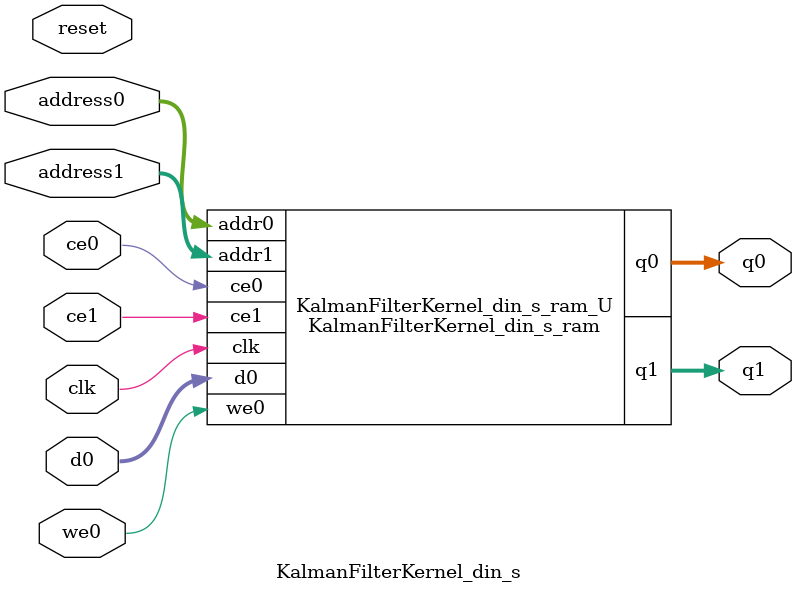
<source format=v>
`timescale 1 ns / 1 ps
module KalmanFilterKernel_din_s_ram (addr0, ce0, d0, we0, q0, addr1, ce1, q1,  clk);

parameter DWIDTH = 32;
parameter AWIDTH = 3;
parameter MEM_SIZE = 6;

input[AWIDTH-1:0] addr0;
input ce0;
input[DWIDTH-1:0] d0;
input we0;
output reg[DWIDTH-1:0] q0;
input[AWIDTH-1:0] addr1;
input ce1;
output reg[DWIDTH-1:0] q1;
input clk;

reg [DWIDTH-1:0] ram[0:MEM_SIZE-1];




always @(posedge clk)  
begin 
    if (ce0) begin
        if (we0) 
            ram[addr0] <= d0; 
        q0 <= ram[addr0];
    end
end


always @(posedge clk)  
begin 
    if (ce1) begin
        q1 <= ram[addr1];
    end
end


endmodule

`timescale 1 ns / 1 ps
module KalmanFilterKernel_din_s(
    reset,
    clk,
    address0,
    ce0,
    we0,
    d0,
    q0,
    address1,
    ce1,
    q1);

parameter DataWidth = 32'd32;
parameter AddressRange = 32'd6;
parameter AddressWidth = 32'd3;
input reset;
input clk;
input[AddressWidth - 1:0] address0;
input ce0;
input we0;
input[DataWidth - 1:0] d0;
output[DataWidth - 1:0] q0;
input[AddressWidth - 1:0] address1;
input ce1;
output[DataWidth - 1:0] q1;



KalmanFilterKernel_din_s_ram KalmanFilterKernel_din_s_ram_U(
    .clk( clk ),
    .addr0( address0 ),
    .ce0( ce0 ),
    .we0( we0 ),
    .d0( d0 ),
    .q0( q0 ),
    .addr1( address1 ),
    .ce1( ce1 ),
    .q1( q1 ));

endmodule


</source>
